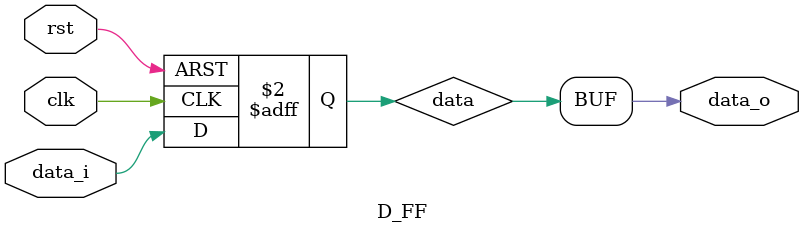
<source format=sv>
module D_FF16b
#(parameter WIDTH=16) // fill number of bits 
(
	input logic clk, rst,
	input logic [WIDTH-1:0] data_i,
	output logic [WIDTH-1:0] data_o
);
reg [WIDTH-1:0] data;
always_ff@ (posedge clk, posedge rst)
	if (rst) begin
		data <= 0;
	end else begin
	data <= data_i;
	end
assign data_o=data;
endmodule 


module D_FF8b
#(parameter WIDTH=8) // fill number of bits 
(
	input logic clk, rst, enable,
	input logic [WIDTH-1:0] data_i,
	output logic [WIDTH-1:0] data_o
);
reg [WIDTH-1:0] data;
always_ff@ (posedge clk, posedge rst) 
	if (rst) begin
		data <= 0;
	end else 
	if (enable) begin
		data <= data_i;
	end else begin
		data <= data;
	end
assign data_o=data;
endmodule 



module D_FF 
#(parameter WIDTH=1) // fill number of bits 
(
	input logic clk, rst,
	input logic [WIDTH-1:0] data_i,
	output logic [WIDTH-1:0] data_o
);
reg [WIDTH-1:0] data;
always_ff@ (posedge clk, posedge rst)
	if (rst) begin
		data <= 0;
	end else begin
	data <= data_i;
	end
assign data_o=data;
endmodule 
</source>
